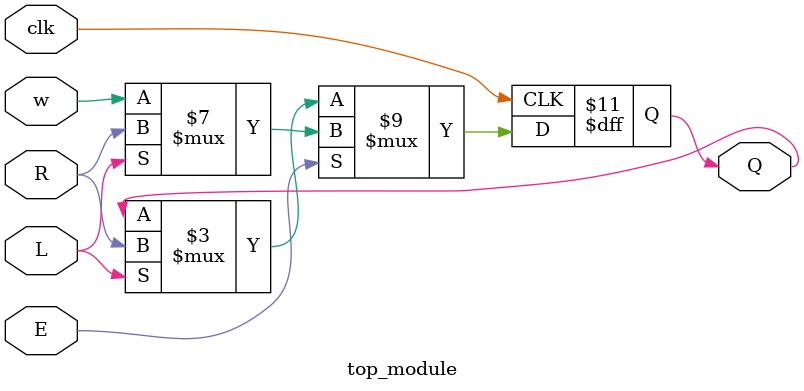
<source format=v>
module top_module (
    input clk,
    input w, R, E, L,
    output Q
);
    
     
    always@(posedge clk)
        begin
            if(E)
                if(L)
                    Q<=R;
                else
                    Q<=w;
            else
                if(L)
                    Q<=R;
            else
                Q<=Q;
                
        end
    
endmodule


</source>
